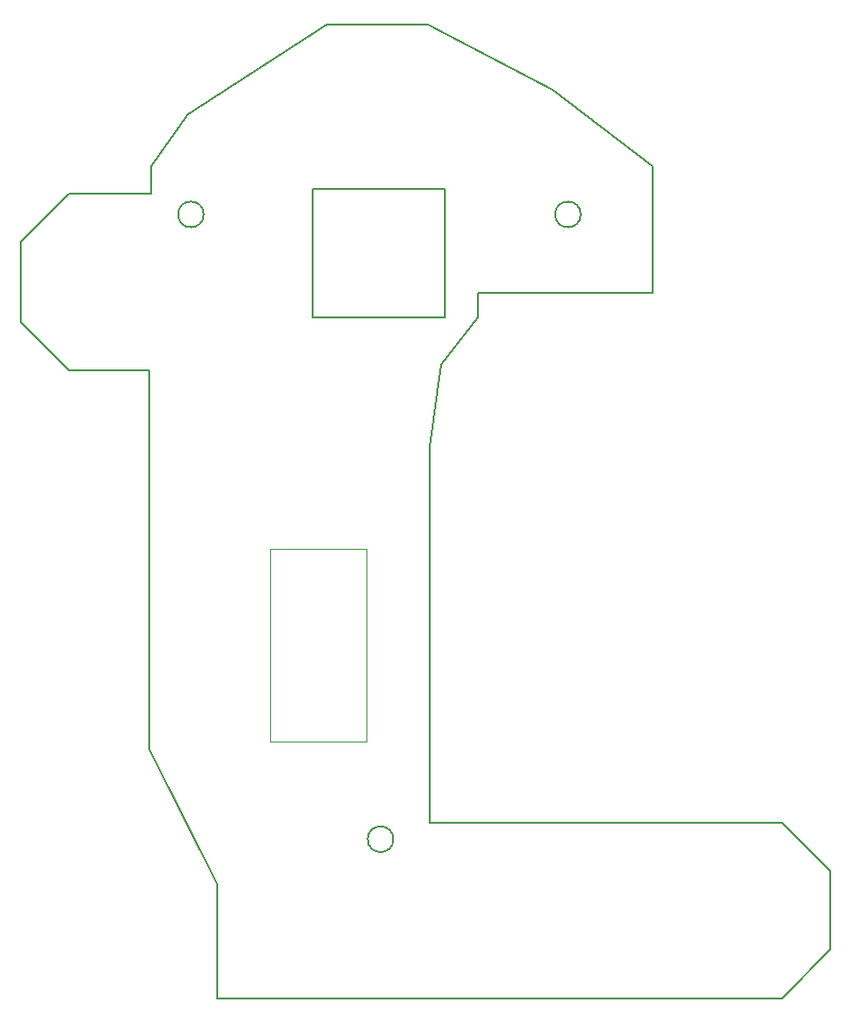
<source format=gbr>
%TF.GenerationSoftware,KiCad,Pcbnew,(6.0.4)*%
%TF.CreationDate,2022-05-12T22:03:53-04:00*%
%TF.ProjectId,Mouse V1,4d6f7573-6520-4563-912e-6b696361645f,V2.0*%
%TF.SameCoordinates,Original*%
%TF.FileFunction,Profile,NP*%
%FSLAX46Y46*%
G04 Gerber Fmt 4.6, Leading zero omitted, Abs format (unit mm)*
G04 Created by KiCad (PCBNEW (6.0.4)) date 2022-05-12 22:03:53*
%MOMM*%
%LPD*%
G01*
G04 APERTURE LIST*
%TA.AperFunction,Profile*%
%ADD10C,0.150000*%
%TD*%
%TA.AperFunction,Profile*%
%ADD11C,0.120000*%
%TD*%
G04 APERTURE END LIST*
D10*
X140000000Y-95500000D02*
X143300000Y-91200000D01*
X140000000Y-95500000D02*
X139000000Y-102800000D01*
X114000000Y-77700000D02*
X114000000Y-80100000D01*
X106700000Y-96000000D02*
X102380000Y-91630000D01*
X138800000Y-65000000D02*
X150000000Y-70800000D01*
X144630000Y-89000000D02*
X159000000Y-89000000D01*
X174900000Y-147890000D02*
X170600000Y-152300000D01*
X102380000Y-91630000D02*
X102380000Y-84500000D01*
X135752000Y-138000000D02*
G75*
G03*
X135752000Y-138000000I-1152000J0D01*
G01*
X139000000Y-102800000D02*
X139000000Y-122700000D01*
X174900000Y-140810000D02*
X174900000Y-147890000D01*
X113900000Y-96000000D02*
X113900000Y-129900000D01*
X141000000Y-136500000D02*
X139000000Y-136500000D01*
X102380000Y-84500000D02*
X106700000Y-80100000D01*
X170600000Y-136500000D02*
X174900000Y-140810000D01*
X152552000Y-82000000D02*
G75*
G03*
X152552000Y-82000000I-1152000J0D01*
G01*
X106700000Y-80100000D02*
X114000000Y-80100000D01*
X141000000Y-152300000D02*
X139000000Y-152300000D01*
X141000000Y-136500000D02*
X170600000Y-136500000D01*
X143300000Y-89000000D02*
X144630000Y-89000000D01*
X129800000Y-65000000D02*
X138800000Y-65000000D01*
X143300000Y-91200000D02*
X143300000Y-89000000D01*
X128500000Y-79750000D02*
X140400000Y-79750000D01*
X140400000Y-79750000D02*
X140400000Y-91250000D01*
X140400000Y-91250000D02*
X128500000Y-91250000D01*
X128500000Y-91250000D02*
X128500000Y-79750000D01*
X129800000Y-65000000D02*
X117300000Y-73000000D01*
X150000000Y-70800000D02*
X159000000Y-77700000D01*
X113900000Y-96000000D02*
X106700000Y-96000000D01*
X139000000Y-122700000D02*
X139000000Y-136500000D01*
X120000000Y-142000000D02*
X120000000Y-152300000D01*
X114000000Y-77700000D02*
X117300000Y-73000000D01*
X113900000Y-129900000D02*
X120000000Y-142000000D01*
X118752000Y-82000000D02*
G75*
G03*
X118752000Y-82000000I-1152000J0D01*
G01*
X159000000Y-77700000D02*
X159000000Y-89000000D01*
X120000000Y-152300000D02*
X139000000Y-152300000D01*
X170600000Y-152300000D02*
X141000000Y-152300000D01*
D11*
X124700000Y-129240000D02*
X133300000Y-129240000D01*
X133300000Y-129240000D02*
X133300000Y-111980000D01*
X133300000Y-111980000D02*
X124700000Y-111980000D01*
X124700000Y-111980000D02*
X124700000Y-129240000D01*
M02*

</source>
